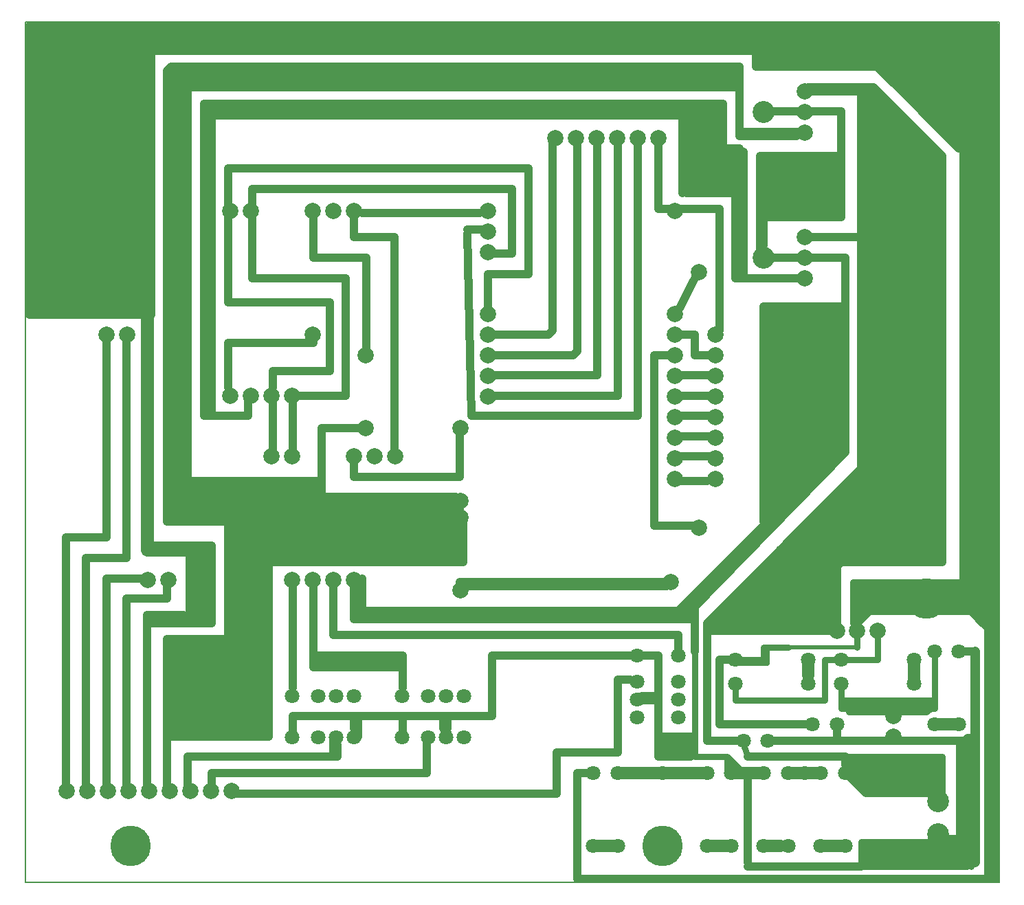
<source format=gbr>
%FSLAX32Y32*%
%MOMM*%
%LNKUPFERSEITE2*%
G71*
G01*
%ADD10C, 0.20*%
%ADD11C, 1.80*%
%ADD12C, 1.50*%
%ADD13C, 2.70*%
%ADD14C, 1.00*%
%ADD15C, 3.50*%
%ADD16C, 0.80*%
%ADD17C, 1.20*%
%ADD18C, 2.00*%
%ADD19C, 0.50*%
%ADD20C, 5.00*%
%ADD21C, 4.00*%
%ADD22C, 2.00*%
%ADD23C, 3.00*%
%ADD24C, 1.60*%
%LPD*%
G54D10*
X0Y0D02*
X12000Y0D01*
X12000Y10600D01*
X0Y10600D01*
X0Y0D01*
X10100Y450D02*
G54D11*
D03*
X9800Y450D02*
G54D11*
D03*
X10100Y1350D02*
G54D11*
D03*
X9800Y1350D02*
G54D11*
D03*
X9400Y1350D02*
G54D11*
D03*
X9600Y1350D02*
G54D11*
D03*
X9400Y450D02*
G54D11*
D03*
X9100Y450D02*
G54D11*
D03*
X9100Y1350D02*
G54D11*
D03*
G54D12*
X9150Y450D02*
X9300Y450D01*
G54D12*
X9850Y450D02*
X10050Y450D01*
G54D12*
X9450Y1350D02*
X9550Y1350D01*
G54D12*
X9650Y1350D02*
X9750Y1350D01*
X8700Y1350D02*
G54D11*
D03*
X8700Y450D02*
G54D11*
D03*
X8400Y450D02*
G54D11*
D03*
X8400Y1350D02*
G54D11*
D03*
G54D12*
X8750Y1350D02*
X9050Y1350D01*
G54D12*
X8450Y450D02*
X8650Y450D01*
X7300Y1350D02*
G54D11*
D03*
X7850Y1350D02*
G54D11*
D03*
X7300Y450D02*
G54D11*
D03*
G54D12*
X7350Y1350D02*
X7800Y1350D01*
G54D12*
X7900Y1350D02*
X8350Y1350D01*
X7000Y450D02*
G54D11*
D03*
X7000Y1350D02*
G54D11*
D03*
G54D12*
X7050Y450D02*
X7250Y450D01*
X11250Y600D02*
G54D13*
D03*
X11250Y1000D02*
G54D13*
D03*
G54D14*
X8900Y1300D02*
X8900Y250D01*
G54D14*
X8900Y200D02*
X10300Y200D01*
G54D15*
X10450Y350D02*
X11450Y350D01*
G54D16*
X10250Y200D02*
X11600Y200D01*
G54D16*
X10300Y350D02*
X10300Y250D01*
G54D16*
X11350Y550D02*
X11600Y550D01*
G54D14*
X11550Y300D02*
X11550Y1750D01*
G54D16*
X11250Y1150D02*
X10400Y1150D01*
X10200Y1350D01*
G54D16*
X11150Y1100D02*
X10400Y1100D01*
X10350Y1100D01*
X10150Y1300D01*
G54D16*
X11300Y1150D02*
X11300Y1350D01*
X10200Y1350D01*
G54D16*
X10300Y1300D02*
X11250Y1300D01*
X11250Y1200D01*
X10400Y1200D01*
X10350Y1250D01*
X11250Y1250D01*
G54D16*
X11300Y1200D02*
X11300Y1100D01*
G54D16*
X10300Y350D02*
X10300Y500D01*
X10450Y500D01*
X11150Y500D01*
G54D14*
X10100Y1450D02*
X10100Y1550D01*
X8900Y1550D01*
G54D16*
X10150Y1450D02*
X10250Y1350D01*
X9150Y1750D02*
G54D11*
D03*
X8850Y1750D02*
G54D11*
D03*
G54D14*
X9200Y1750D02*
X11550Y1750D01*
X10000Y1950D02*
G54D11*
D03*
X9700Y1950D02*
G54D11*
D03*
G54D14*
X10000Y1900D02*
X10000Y1750D01*
G54D16*
X11500Y550D02*
X11500Y1700D01*
G54D16*
X11600Y600D02*
X11600Y1750D01*
X11450Y1750D01*
G54D16*
X11600Y600D02*
X11600Y200D01*
G54D16*
X10150Y1500D02*
X11300Y1500D01*
X11300Y1400D01*
X11300Y1300D01*
X11300Y1450D01*
X10200Y1450D01*
X10250Y1400D01*
X11250Y1400D01*
X11300Y1450D01*
G54D16*
X10100Y1550D02*
X11300Y1550D01*
X11300Y1400D01*
X11500Y1950D02*
G54D11*
D03*
X11200Y1950D02*
G54D11*
D03*
X11500Y2850D02*
G54D11*
D03*
X11200Y2850D02*
G54D11*
D03*
G54D12*
X11250Y1950D02*
X11450Y1950D01*
G54D17*
X11700Y250D02*
X11700Y2850D01*
G54D14*
X11700Y2850D02*
X11550Y2850D01*
G54D16*
X11700Y1800D02*
X11600Y1800D01*
X11550Y1750D01*
G54D16*
X11650Y1800D02*
X11650Y200D01*
G54D14*
X6900Y1350D02*
X6800Y1350D01*
X6800Y50D01*
X11950Y50D01*
X11950Y2950D01*
X10950Y2750D02*
G54D11*
D03*
X10050Y2750D02*
G54D11*
D03*
X10950Y2450D02*
G54D11*
D03*
X10050Y2450D02*
G54D11*
D03*
X9650Y2750D02*
G54D11*
D03*
X9650Y2450D02*
G54D11*
D03*
X8750Y2750D02*
G54D11*
D03*
X8750Y2450D02*
G54D11*
D03*
G54D12*
X9650Y2550D02*
X9650Y2700D01*
G54D12*
X10950Y2500D02*
X10950Y2700D01*
G54D16*
X8750Y2400D02*
X8750Y2250D01*
X9850Y2250D01*
X9850Y2750D01*
X10000Y2750D01*
G54D16*
X10050Y2400D02*
X10050Y2250D01*
X11200Y2250D01*
X11200Y2800D01*
G54D16*
X10050Y2200D02*
X11200Y2200D01*
X11200Y2300D01*
G54D16*
X10050Y2300D02*
X10050Y2200D01*
X10700Y1800D02*
G54D18*
D03*
X10700Y2050D02*
G54D18*
D03*
G54D16*
X10050Y2150D02*
X11200Y2150D01*
X11200Y2250D01*
X10050Y2250D01*
X10050Y2150D01*
G54D16*
X10150Y2100D02*
X11100Y2100D01*
X11150Y2150D01*
G54D14*
X9650Y1950D02*
X8550Y1950D01*
G54D14*
X8550Y1950D02*
X8550Y2750D01*
X8750Y2750D01*
G54D14*
X8550Y2100D02*
X8550Y1950D01*
X10500Y3100D02*
G54D18*
D03*
X10250Y3100D02*
G54D18*
D03*
X10000Y3100D02*
G54D18*
D03*
G54D19*
X8700Y2700D02*
X9150Y2700D01*
X9150Y2850D01*
X9150Y2900D01*
X10250Y2900D01*
X10250Y2950D01*
G54D16*
X8750Y2750D02*
X9100Y2750D01*
X9100Y2900D01*
X9400Y2900D01*
G54D16*
X10250Y2900D02*
X10250Y3000D01*
G54D16*
X10100Y2750D02*
X10500Y2750D01*
X10500Y3050D01*
G54D14*
X10250Y3150D02*
X10250Y3200D01*
X10400Y3350D01*
X11950Y3350D01*
X11950Y2900D01*
X11950Y2950D01*
X11950Y3300D01*
G54D16*
X10200Y3200D02*
X10200Y3700D01*
X11950Y3700D01*
X11950Y3400D01*
X10250Y3400D01*
X10250Y3350D01*
X10200Y3300D01*
X10200Y3400D01*
X10300Y3500D01*
X10300Y3600D01*
X10250Y3650D01*
X10250Y3500D01*
X10250Y3550D01*
X10350Y3650D01*
X11900Y3650D01*
X11900Y3450D01*
X10300Y3450D01*
X10300Y3550D01*
X10350Y3600D01*
X11850Y3600D01*
X11950Y3500D01*
X11850Y3500D01*
X10350Y3500D01*
X10300Y3550D01*
X11850Y3550D01*
G54D16*
X11850Y3300D02*
X11850Y100D01*
X11900Y50D01*
X11900Y3200D01*
X11900Y3400D01*
X11100Y3500D02*
G54D20*
D03*
G54D16*
X8900Y1550D02*
X8850Y1700D01*
G54D14*
X8800Y1750D02*
X8400Y1750D01*
X8400Y3050D01*
G54D16*
X8650Y1400D02*
X8650Y1550D01*
X8250Y1550D01*
X8250Y3150D01*
G54D16*
X8650Y1550D02*
X8800Y1400D01*
X8750Y1400D01*
X8700Y1450D01*
G54D14*
X9950Y3100D02*
X8400Y3100D01*
X7950Y3700D02*
G54D18*
D03*
X8000Y4970D02*
G54D18*
D03*
X8000Y5224D02*
G54D18*
D03*
X8000Y5478D02*
G54D18*
D03*
X8000Y5732D02*
G54D18*
D03*
X8000Y5986D02*
G54D18*
D03*
X8000Y6240D02*
G54D18*
D03*
X8000Y6494D02*
G54D18*
D03*
X8000Y6748D02*
G54D18*
D03*
X8000Y7002D02*
G54D18*
D03*
X8000Y8272D02*
G54D18*
D03*
X5700Y8272D02*
G54D18*
D03*
X5700Y8018D02*
G54D18*
D03*
X5700Y7764D02*
G54D18*
D03*
X5700Y7002D02*
G54D18*
D03*
X5700Y6748D02*
G54D18*
D03*
X5700Y6494D02*
G54D18*
D03*
X5700Y6240D02*
G54D18*
D03*
X5700Y5986D02*
G54D18*
D03*
G54D21*
X200Y10400D02*
X6025Y10400D01*
X11800Y10400D01*
G54D22*
X11900Y3650D02*
X11900Y10450D01*
X11900Y10450D01*
G54D23*
X11650Y3750D02*
X11650Y10450D01*
G54D22*
X10500Y4100D02*
X10500Y9650D01*
G54D22*
X10700Y4050D02*
X10700Y9450D01*
G54D22*
X10900Y4050D02*
X10900Y9250D01*
G54D22*
X11100Y4100D02*
X11050Y9100D01*
G54D22*
X11250Y4100D02*
X11250Y8900D01*
G54D16*
X11800Y3650D02*
X11800Y10550D01*
X7800Y9172D02*
G54D18*
D03*
X7546Y9172D02*
G54D18*
D03*
X7292Y9172D02*
G54D18*
D03*
X7038Y9172D02*
G54D18*
D03*
X6784Y9172D02*
G54D18*
D03*
X6530Y9172D02*
G54D18*
D03*
G54D14*
X7800Y9100D02*
X7800Y8300D01*
X7800Y8300D01*
X7950Y8300D01*
X8500Y6748D02*
G54D18*
D03*
X8500Y6494D02*
G54D18*
D03*
X8500Y6240D02*
G54D18*
D03*
X8500Y5986D02*
G54D18*
D03*
X8500Y5732D02*
G54D18*
D03*
X8500Y5478D02*
G54D18*
D03*
X8500Y5224D02*
G54D18*
D03*
X8500Y4970D02*
G54D18*
D03*
G54D14*
X8050Y6750D02*
X8250Y6750D01*
X8250Y6500D01*
X8250Y6500D01*
X8400Y6500D01*
X8450Y6500D01*
G54D14*
X8000Y8300D02*
X8550Y8300D01*
X8550Y6800D01*
G54D14*
X8050Y6250D02*
X8500Y6250D01*
G54D14*
X8050Y6000D02*
X8450Y6000D01*
G54D14*
X8050Y5750D02*
X8350Y5750D01*
X8450Y5750D01*
G54D14*
X8050Y5500D02*
X8450Y5500D01*
G54D14*
X8050Y5250D02*
X8450Y5250D01*
G54D14*
X8050Y4950D02*
X8400Y4950D01*
X8300Y4370D02*
G54D18*
D03*
G54D14*
X7950Y6500D02*
X7750Y6500D01*
X7750Y4400D01*
X8250Y4400D01*
X8300Y7520D02*
G54D18*
D03*
G54D14*
X8050Y7050D02*
X8250Y7450D01*
G54D14*
X7550Y9100D02*
X7550Y5750D01*
X5500Y5750D01*
X5450Y8000D01*
G54D14*
X5450Y8050D02*
X5650Y8050D01*
G54D14*
X5750Y7750D02*
X5950Y7750D01*
X6000Y7750D01*
X6000Y8550D01*
X2850Y8550D01*
G54D14*
X5700Y7100D02*
X5700Y7500D01*
X6200Y7500D01*
X6200Y8800D01*
X5050Y8800D01*
G54D14*
X5750Y6000D02*
X7300Y6000D01*
X7300Y9100D01*
G54D14*
X5750Y6250D02*
X7050Y6250D01*
X7050Y9100D01*
G54D14*
X5750Y6500D02*
X6750Y6500D01*
X6800Y6550D01*
X6800Y9100D01*
G54D14*
X5750Y6750D02*
X6450Y6750D01*
X6500Y6800D01*
X6500Y9100D01*
X9600Y9750D02*
G54D18*
D03*
X9600Y9496D02*
G54D18*
D03*
X9600Y9242D02*
G54D18*
D03*
X9100Y9496D02*
G54D13*
D03*
X9600Y7950D02*
G54D18*
D03*
X9600Y7696D02*
G54D18*
D03*
X9600Y7442D02*
G54D18*
D03*
X9100Y7696D02*
G54D13*
D03*
G54D22*
X10350Y9700D02*
X10350Y4100D01*
G54D14*
X9650Y9750D02*
X10400Y9750D01*
G54D14*
X9650Y7950D02*
X10350Y7950D01*
X10200Y7950D01*
X10650Y7950D01*
G54D14*
X8400Y3200D02*
X10300Y5100D01*
X10300Y4050D01*
X9350Y4050D01*
X9300Y4100D01*
X10200Y4100D01*
X10250Y4150D01*
G54D14*
X10000Y3200D02*
X10000Y4050D01*
X9350Y4050D01*
X9250Y3950D01*
X8450Y3150D01*
X9850Y3150D01*
X9900Y3200D01*
X9900Y4000D01*
X9350Y4000D01*
X9300Y3950D01*
X9300Y3900D01*
X8600Y3200D01*
X9800Y3200D01*
X9850Y3250D01*
X9850Y3950D01*
X9400Y3950D01*
X9350Y3900D01*
X9350Y3800D01*
X8800Y3250D01*
X9750Y3250D01*
X9800Y3300D01*
X9800Y3850D01*
X9750Y3900D01*
X9500Y3900D01*
X9450Y3850D01*
X9350Y3850D01*
X8700Y3200D01*
X8850Y3200D01*
X9050Y3400D01*
X9750Y3400D01*
X9700Y3350D01*
X9050Y3350D01*
X9050Y3400D01*
X9500Y3850D01*
X9700Y3850D01*
X9700Y3450D01*
X9300Y3450D01*
X9250Y3500D01*
X9550Y3800D01*
X9600Y3750D01*
X9600Y3650D01*
X9650Y3600D01*
X9600Y3550D01*
X9350Y3550D01*
X9400Y3550D01*
X9650Y3800D01*
X9650Y3550D01*
X9550Y3650D01*
X9350Y3650D01*
X9200Y3500D01*
X9350Y3500D01*
X9700Y3850D01*
G54D14*
X9450Y4150D02*
X9500Y4150D01*
X10350Y5000D01*
X10350Y4400D01*
X10050Y4100D01*
X10050Y4600D01*
X10200Y4750D01*
X10200Y4800D01*
X10200Y4250D01*
X10200Y4550D01*
X10100Y4650D01*
X10100Y4200D01*
X10300Y4200D01*
X9600Y4200D01*
X9550Y4150D01*
X9650Y4150D01*
X10050Y4550D01*
X10050Y4300D01*
X9950Y4200D01*
X9850Y4300D01*
X9900Y4300D01*
X10000Y4400D01*
G54D14*
X10050Y4000D02*
X11300Y4000D01*
X11300Y4150D01*
X10700Y4150D01*
X10600Y4050D01*
X11100Y4050D01*
X11150Y4000D01*
G54D14*
X10350Y9800D02*
X9650Y9800D01*
G54D14*
X9650Y7700D02*
X10100Y7700D01*
X10100Y5300D01*
X8250Y3400D01*
G54D14*
X9450Y4200D02*
X10200Y4950D01*
X10200Y4800D01*
X9700Y4300D01*
X10050Y4300D01*
X10050Y3950D01*
X9550Y3450D01*
X9750Y3250D01*
X9750Y3350D01*
X9900Y3500D01*
X9250Y3500D01*
X9050Y3300D01*
X9250Y3300D01*
X10400Y4450D01*
X10400Y4500D01*
X10450Y4550D01*
G54D14*
X10800Y9450D02*
X10800Y4050D01*
G54D14*
X8250Y3400D02*
X8250Y3550D01*
X10050Y5350D01*
X9950Y5350D01*
X9150Y4550D01*
X9150Y7100D01*
X10050Y7100D01*
X10050Y5450D01*
X10000Y5400D01*
G54D14*
X8250Y3300D02*
X8250Y3500D01*
X8350Y3500D01*
X8400Y3650D01*
X9950Y5250D01*
X9950Y7050D01*
X9200Y7050D01*
X9200Y4700D01*
X9900Y5400D01*
X9900Y7050D01*
X9350Y7050D01*
X9250Y6950D01*
X9250Y4850D01*
X9850Y5450D01*
X9850Y6950D01*
X9800Y7000D01*
X9400Y7000D01*
X9350Y7000D01*
X9300Y6950D01*
X9300Y5000D01*
X9800Y5500D01*
X9750Y5500D01*
X9750Y6900D01*
X9800Y6950D01*
X9400Y6950D01*
X9350Y6900D01*
X9350Y5150D01*
X9700Y5500D01*
X9700Y6900D01*
X9450Y6900D01*
X9450Y5300D01*
X9400Y5250D01*
X9400Y5350D01*
X9650Y5600D01*
X9650Y6850D01*
X9550Y6850D01*
X9550Y5550D01*
X9500Y5500D01*
X9500Y6900D01*
G54D14*
X9500Y5300D02*
X9500Y5400D01*
X9600Y5500D01*
G54D14*
X9150Y4650D02*
X9150Y4450D01*
X9150Y4600D01*
X9200Y4650D01*
X9200Y4550D01*
G54D14*
X11850Y10550D02*
X11950Y10550D01*
X11950Y10400D01*
G54D14*
X11300Y8950D02*
X11150Y9100D01*
X10450Y9800D01*
X10350Y9800D01*
G54D14*
X10500Y9650D02*
X10700Y9450D01*
G54D14*
X10600Y9500D02*
X10600Y9400D01*
X10750Y9400D01*
X11150Y9000D01*
G54D14*
X11150Y9000D02*
X11150Y8850D01*
G54D14*
X9650Y9500D02*
X10050Y9500D01*
X10050Y8200D01*
X9050Y8200D01*
X9050Y7850D01*
X9100Y7850D01*
X9100Y8150D01*
G54D14*
X9200Y7700D02*
X9550Y7700D01*
G54D14*
X9050Y7800D02*
X9050Y8000D01*
G54D14*
X9050Y8000D02*
X9050Y8950D01*
X10000Y8950D01*
X10000Y8300D01*
X9950Y8250D01*
X9150Y8250D01*
X9100Y8300D01*
X9100Y8900D01*
X9900Y8900D01*
X9900Y8300D01*
X9200Y8300D01*
X9150Y8350D01*
X9150Y8800D01*
X9200Y8850D01*
X9800Y8850D01*
X9900Y8750D01*
X9900Y8450D01*
X9800Y8350D01*
X9250Y8350D01*
X9250Y8800D01*
X9750Y8800D01*
X9800Y8850D01*
X9800Y8400D01*
X9350Y8400D01*
X9300Y8450D01*
X9300Y8750D01*
X9700Y8750D01*
X9700Y8500D01*
X9350Y8500D01*
X9350Y8650D01*
X9400Y8700D01*
X9600Y8700D01*
X9650Y8650D01*
X9650Y8600D01*
X9600Y8550D01*
X9450Y8550D01*
X9400Y8600D01*
X9550Y8600D01*
X9600Y8650D01*
X9600Y8550D01*
X9700Y8450D01*
X9500Y8450D01*
G54D14*
X9200Y9500D02*
X9500Y9500D01*
G54D14*
X9500Y9250D02*
X8950Y9250D01*
X8800Y9250D01*
X8800Y10050D01*
X1800Y10050D01*
G54D14*
X9550Y7450D02*
X8850Y7450D01*
X8850Y8500D01*
X8150Y8500D01*
X8100Y8550D01*
X8100Y9450D01*
X2200Y9450D01*
X2200Y9600D01*
X8100Y9600D01*
X8100Y9500D01*
X2700Y9500D01*
X2550Y9500D01*
X2200Y9500D01*
G54D14*
X8600Y8500D02*
X8600Y9600D01*
G54D14*
X8100Y9600D02*
X8550Y9600D01*
X8550Y8600D01*
X8150Y8600D01*
X8150Y9550D01*
X8500Y9550D01*
X8500Y8650D01*
X8200Y8650D01*
X8200Y9500D01*
X8450Y9500D01*
X8450Y8650D01*
X8300Y8650D01*
X8250Y8700D01*
X8250Y9500D01*
X8350Y9500D01*
X8350Y8700D01*
G54D14*
X8750Y9800D02*
X1750Y9800D01*
G54D14*
X9500Y9200D02*
X8800Y9200D01*
X8800Y9350D01*
X8800Y9450D01*
G54D14*
X10100Y3950D02*
X11300Y3950D01*
X11300Y4050D01*
G54D14*
X10250Y3950D02*
X10000Y3950D01*
G54D14*
X9800Y4250D02*
X9700Y4250D01*
G54D14*
X9950Y3200D02*
X9950Y4300D01*
X9950Y4150D01*
X9900Y4100D01*
G54D14*
X8300Y3500D02*
X8600Y3800D01*
X8500Y3800D01*
X8250Y3550D01*
G54D14*
X10600Y4150D02*
X10600Y9350D01*
G54D14*
X9650Y8500D02*
X9800Y8500D01*
G54D14*
X8300Y9500D02*
X8300Y8700D01*
G54D14*
X9850Y8800D02*
X9850Y8450D01*
X9850Y8600D01*
X9800Y8650D01*
X9400Y8650D01*
X9400Y8800D01*
X9450Y8850D01*
X9750Y8850D01*
G54D14*
X10550Y9100D02*
X10550Y8950D01*
X10500Y8900D01*
X10500Y7850D01*
X10450Y7800D01*
G54D14*
X9100Y10350D02*
X9100Y10150D01*
X10650Y10150D01*
X10650Y10100D01*
X11550Y9200D01*
X11550Y10300D01*
X11500Y10350D01*
X9200Y10350D01*
X9150Y10300D01*
X9150Y10250D01*
X11500Y10250D01*
X9250Y10250D01*
X9200Y10300D01*
X11500Y10300D01*
X11550Y10250D01*
X11550Y9400D01*
X11500Y9350D01*
X10600Y10250D01*
X10700Y10250D01*
X10800Y10150D01*
X11500Y10150D01*
X11500Y10200D01*
X10800Y10200D01*
X10800Y10150D01*
X11500Y9450D01*
X11500Y10050D01*
X10950Y10050D01*
X10900Y10100D01*
X11450Y10100D01*
X11450Y9600D01*
X11050Y10000D01*
X11350Y10000D01*
X11350Y9800D01*
X11400Y9750D01*
X11400Y10000D01*
X11250Y10000D01*
X11200Y9950D01*
X11300Y9950D01*
X11300Y9850D01*
X11250Y9900D01*
G54D14*
X9100Y10050D02*
X10600Y10050D01*
G54D14*
X10300Y5100D02*
X10300Y4950D01*
X10150Y4800D01*
G54D14*
X9750Y6250D02*
X9750Y5650D01*
X9750Y6050D01*
G54D14*
X8550Y3800D02*
X8800Y4050D01*
G54D14*
X10150Y4900D02*
X10300Y5050D01*
G54D14*
X9650Y5400D02*
X9650Y5500D01*
X9700Y5550D01*
X4050Y8272D02*
G54D18*
D03*
X3542Y8272D02*
G54D18*
D03*
X2780Y8272D02*
G54D18*
D03*
X2526Y8272D02*
G54D18*
D03*
G54D14*
X8600Y9600D02*
X8350Y9600D01*
X3796Y8272D02*
G54D18*
D03*
G54D14*
X4150Y8250D02*
X5600Y8250D01*
X3542Y6748D02*
G54D18*
D03*
X1256Y6748D02*
G54D18*
D03*
X1002Y6748D02*
G54D18*
D03*
G54D14*
X9100Y4450D02*
X9100Y7100D01*
X9250Y7100D01*
X4558Y5250D02*
G54D18*
D03*
X4304Y5250D02*
G54D18*
D03*
X4050Y5250D02*
G54D18*
D03*
X3288Y5250D02*
G54D18*
D03*
X3034Y5250D02*
G54D18*
D03*
X4050Y3726D02*
G54D18*
D03*
X3796Y3726D02*
G54D18*
D03*
X3542Y3726D02*
G54D18*
D03*
X3288Y3726D02*
G54D18*
D03*
X1764Y3726D02*
G54D18*
D03*
X1510Y3726D02*
G54D18*
D03*
G54D14*
X8400Y3050D02*
X8400Y3200D01*
G54D14*
X8250Y3300D02*
X8250Y3200D01*
G54D14*
X8250Y3250D02*
X8250Y2850D01*
G54D14*
X2800Y8550D02*
X2800Y8350D01*
G54D14*
X5000Y8800D02*
X2500Y8800D01*
X2500Y8350D01*
X5358Y5600D02*
G54D18*
D03*
X5358Y4700D02*
G54D18*
D03*
X5358Y4500D02*
G54D18*
D03*
X5358Y3600D02*
G54D18*
D03*
G54D14*
X5350Y4650D02*
X5350Y4550D01*
X3288Y6000D02*
G54D18*
D03*
X3034Y6000D02*
G54D18*
D03*
X2780Y6000D02*
G54D18*
D03*
X2526Y6000D02*
G54D18*
D03*
G54D14*
X4050Y8200D02*
X4050Y7950D01*
X4550Y7950D01*
X4550Y5350D01*
X4192Y6498D02*
G54D18*
D03*
X4192Y5598D02*
G54D18*
D03*
G54D14*
X3550Y8200D02*
X3550Y7700D01*
X4200Y7700D01*
X4200Y6600D01*
G54D14*
X4050Y5200D02*
X4050Y5000D01*
X5350Y5000D01*
X5350Y5550D01*
G54D14*
X4100Y5600D02*
X3650Y5600D01*
X3650Y4600D01*
X5300Y4600D01*
G54D14*
X3300Y5350D02*
X3300Y5950D01*
G54D14*
X3050Y5350D02*
X3050Y5950D01*
G54D14*
X2500Y6100D02*
X2500Y6650D01*
X3550Y6650D01*
G54D14*
X2750Y5950D02*
X2750Y5750D01*
X2300Y5750D01*
X2300Y9400D01*
G54D14*
X2250Y9400D02*
X2250Y5750D01*
G54D14*
X2200Y9400D02*
X2200Y5750D01*
G54D14*
X2200Y9600D02*
X2200Y9300D01*
G54D14*
X2550Y5750D02*
X2200Y5750D01*
G54D14*
X2800Y8200D02*
X2800Y7450D01*
X3950Y7450D01*
X3950Y6000D01*
X3350Y6000D01*
G54D14*
X2500Y8200D02*
X2500Y7150D01*
X3550Y7150D01*
X3400Y7150D01*
G54D14*
X3550Y7150D02*
X3750Y7150D01*
X3750Y6300D01*
X3050Y6300D01*
X3050Y6100D01*
G54D14*
X3600Y4950D02*
X1950Y4950D01*
X1950Y9800D01*
X1850Y9800D01*
X1850Y4850D01*
X3600Y4850D01*
X3600Y4900D01*
X1900Y4900D01*
X1900Y9800D01*
G54D14*
X1800Y9750D02*
X1800Y4800D01*
X3600Y4800D01*
X3600Y4700D01*
X1800Y4700D01*
X1800Y4750D01*
X3600Y4750D01*
X3600Y4600D01*
X1800Y4600D01*
X1800Y4800D01*
X1800Y4650D01*
X3600Y4650D01*
G54D14*
X2000Y9800D02*
X2000Y4950D01*
G54D14*
X1750Y9750D02*
X1750Y4600D01*
X2000Y4600D01*
G54D14*
X1750Y9700D02*
X1750Y10000D01*
G54D14*
X3450Y4600D02*
X3750Y4600D01*
G54D14*
X5250Y4550D02*
X1750Y4550D01*
G54D14*
X5250Y4500D02*
X1750Y4500D01*
G54D14*
X5300Y4450D02*
X1750Y4450D01*
X1750Y4700D01*
X510Y1126D02*
G54D18*
D03*
X764Y1126D02*
G54D18*
D03*
X1018Y1126D02*
G54D18*
D03*
X1272Y1126D02*
G54D18*
D03*
X1526Y1126D02*
G54D18*
D03*
X1780Y1126D02*
G54D18*
D03*
X2034Y1126D02*
G54D18*
D03*
X2288Y1126D02*
G54D18*
D03*
X2542Y1126D02*
G54D18*
D03*
G54D14*
X3700Y4650D02*
X5250Y4650D01*
X5250Y4700D01*
X3700Y4700D01*
X3700Y4750D01*
X5300Y4750D01*
G54D14*
X750Y1200D02*
X750Y4000D01*
X1250Y4000D01*
X1250Y6700D01*
G54D14*
X1000Y6700D02*
X1000Y4250D01*
X500Y4250D01*
X500Y1200D01*
G54D14*
X1000Y1200D02*
X1000Y3750D01*
X1450Y3750D01*
G54D14*
X1750Y3650D02*
X1750Y3500D01*
X1250Y3500D01*
X1250Y1200D01*
G54D14*
X50Y10550D02*
X50Y7000D01*
X100Y7000D01*
X100Y10250D01*
X150Y10250D01*
X150Y7000D01*
X200Y7000D01*
X200Y10200D01*
X250Y10200D01*
X250Y7000D01*
X300Y7000D01*
X300Y10250D01*
X350Y10250D01*
X350Y7000D01*
X400Y7000D01*
X400Y10200D01*
X450Y10200D01*
X450Y7000D01*
X500Y7000D01*
X500Y10200D01*
X550Y10200D01*
X550Y7000D01*
X600Y7000D01*
X600Y10200D01*
X650Y10200D01*
X650Y7000D01*
G54D22*
X700Y10200D02*
X700Y7050D01*
X800Y7050D01*
X800Y10200D01*
X950Y10200D01*
X950Y7050D01*
G54D22*
X1100Y7050D02*
X1100Y10150D01*
X1250Y10150D01*
X1250Y7050D01*
X1400Y7050D01*
X1400Y10150D01*
X1500Y10150D01*
X1500Y7050D01*
G54D14*
X50Y7000D02*
X1550Y7000D01*
X1550Y7400D01*
G54D14*
X1650Y10550D02*
X50Y10550D01*
G54D24*
X1500Y6950D02*
X1500Y4100D01*
G54D24*
X1500Y4100D02*
X1950Y4100D01*
X2050Y4100D01*
X2050Y3250D01*
X1550Y3250D01*
G54D14*
X1500Y3250D02*
X1500Y1200D01*
G54D14*
X1500Y3300D02*
X1750Y3300D01*
X1950Y3300D01*
X1950Y3300D01*
X1500Y3300D01*
G54D14*
X1500Y3300D02*
X1500Y3200D01*
G54D14*
X2050Y4150D02*
X2150Y4150D01*
X2150Y3200D01*
X2250Y3200D01*
X2250Y4150D01*
X2200Y4150D01*
X2200Y3250D01*
X2300Y3250D01*
X2300Y4150D01*
X1550Y4150D01*
G54D14*
X2300Y3400D02*
X2300Y3200D01*
X1550Y3200D01*
G54D14*
X2500Y4400D02*
X2500Y3000D01*
X1800Y3000D01*
X1750Y3000D01*
X1750Y1200D01*
G54D14*
X1800Y1800D02*
X3000Y1800D01*
X3000Y4400D01*
X2600Y4400D01*
X2550Y4400D01*
X2550Y2950D01*
X1800Y2950D01*
X1800Y1850D01*
X2950Y1850D01*
X2950Y4350D01*
X2600Y4350D01*
X2600Y2900D01*
X1850Y2900D01*
X1850Y1900D01*
X2900Y1900D01*
X2900Y4300D01*
X2700Y4300D01*
X2650Y4300D01*
X2650Y2850D01*
X1950Y2850D01*
X1850Y2850D01*
X1900Y2850D01*
X1900Y1950D01*
X2900Y1950D01*
X2850Y1950D01*
X2850Y4250D01*
X2700Y4250D01*
X2700Y2800D01*
X1950Y2800D01*
X1950Y2000D01*
X2800Y2000D01*
X2800Y4200D01*
X2800Y4200D01*
X2800Y2050D01*
X2750Y2050D01*
X2750Y4400D01*
G54D14*
X2700Y2750D02*
X2000Y2750D01*
X2000Y2050D01*
X2700Y2050D01*
X2700Y2700D01*
X2050Y2700D01*
X2050Y2100D01*
X2650Y2100D01*
X2650Y2700D01*
X2100Y2700D01*
X2100Y2150D01*
X2600Y2150D01*
X2600Y2650D01*
X2150Y2650D01*
X2150Y2200D01*
X2550Y2200D01*
X2550Y2600D01*
X2200Y2600D01*
X2200Y2250D01*
X2500Y2250D01*
X2500Y2550D01*
X2250Y2550D01*
X2250Y2300D01*
X2450Y2300D01*
X2450Y2500D01*
X2300Y2500D01*
X2300Y2350D01*
X2400Y2350D01*
X2400Y2450D01*
G54D14*
X2350Y2650D02*
X2350Y2250D01*
X2300Y2200D01*
X2300Y2400D01*
X2350Y2450D01*
G54D14*
X7850Y3700D02*
X5350Y3700D01*
G54D14*
X5450Y3650D02*
X7900Y3650D01*
G54D14*
X1550Y10000D02*
X1550Y10350D01*
G54D14*
X1800Y10050D02*
X1750Y10000D01*
X8750Y10000D01*
X8750Y9850D01*
X1800Y9850D01*
X1800Y9950D01*
X8700Y9950D01*
X8700Y9900D01*
X1850Y9900D01*
G54D14*
X9000Y10250D02*
X9000Y10050D01*
X9050Y10050D01*
X9050Y10200D01*
G54D14*
X9000Y10050D02*
X10700Y10050D01*
X10750Y10000D01*
G54D14*
X10600Y10050D02*
X11550Y9100D01*
X11550Y9050D01*
X11500Y9050D01*
X10550Y10000D01*
G54D14*
X11300Y8950D02*
X11300Y8800D01*
G54D14*
X8200Y3400D02*
X8200Y3400D01*
X8200Y3350D01*
X4050Y3350D01*
X4050Y3650D01*
G54D14*
X4150Y3700D02*
X4150Y3400D01*
X4150Y3750D01*
G54D14*
X4050Y3350D02*
X4050Y3300D01*
X8200Y3300D01*
X8200Y3250D01*
X4050Y3250D01*
X4050Y3450D01*
G54D14*
X8100Y3350D02*
X8250Y3500D01*
X8250Y3550D01*
X8050Y3350D01*
G54D14*
X8100Y8500D02*
X8100Y8500D01*
X8100Y8800D01*
X8050Y2800D02*
G54D11*
D03*
X8050Y2480D02*
G54D11*
D03*
X8050Y2260D02*
G54D11*
D03*
X8050Y2040D02*
G54D11*
D03*
X7542Y2800D02*
G54D11*
D03*
X7542Y2480D02*
G54D11*
D03*
X7542Y2260D02*
G54D11*
D03*
X7542Y2040D02*
G54D11*
D03*
G54D14*
X3800Y3650D02*
X3800Y3050D01*
X8050Y3050D01*
X8050Y2850D01*
G54D14*
X7600Y2800D02*
X7750Y2800D01*
X7800Y2800D01*
X7800Y1800D01*
G54D14*
X7800Y1800D02*
X8200Y1800D01*
X8200Y1750D01*
X7800Y1750D01*
X7800Y1700D01*
X8200Y1700D01*
X8200Y1650D01*
X7800Y1650D01*
X7800Y1600D01*
X8200Y1600D01*
X8200Y1550D01*
X7800Y1550D01*
X7800Y1900D01*
G54D14*
X7600Y2250D02*
X7750Y2250D01*
X7750Y2300D01*
X7600Y2300D01*
G54D14*
X2650Y1100D02*
X6550Y1100D01*
X6550Y1600D01*
X7300Y1600D01*
X7300Y2500D01*
X7450Y2500D01*
X3292Y2300D02*
G54D11*
D03*
X3292Y1792D02*
G54D11*
D03*
X3612Y2300D02*
G54D11*
D03*
X3612Y1792D02*
G54D11*
D03*
X3832Y2300D02*
G54D11*
D03*
X3832Y1792D02*
G54D11*
D03*
X4052Y2300D02*
G54D11*
D03*
X4052Y1792D02*
G54D11*
D03*
X4642Y2300D02*
G54D11*
D03*
X4642Y1792D02*
G54D11*
D03*
X4962Y2300D02*
G54D11*
D03*
X4962Y1792D02*
G54D11*
D03*
X5182Y2300D02*
G54D11*
D03*
X5182Y1792D02*
G54D11*
D03*
X5402Y2300D02*
G54D11*
D03*
X5402Y1792D02*
G54D11*
D03*
G54D14*
X3300Y3650D02*
X3300Y2400D01*
G54D14*
X4650Y2400D02*
X4650Y2650D01*
X3550Y2650D01*
X3550Y3650D01*
G54D14*
X3600Y2700D02*
X4650Y2700D01*
X4650Y2750D01*
X3600Y2750D01*
X3600Y2800D01*
X4650Y2800D01*
X4650Y2550D01*
G54D14*
X7450Y2800D02*
X5750Y2800D01*
X5750Y2050D01*
X3300Y2050D01*
X3300Y1850D01*
G54D14*
X4650Y2000D02*
X4650Y1850D01*
G54D14*
X5150Y2000D02*
X5150Y1900D01*
X5200Y1850D01*
G54D14*
X5200Y1900D02*
X5200Y2000D01*
G54D14*
X4050Y1900D02*
X4050Y2000D01*
G54D14*
X4100Y1800D02*
X4100Y2000D01*
G54D14*
X2000Y1200D02*
X2000Y1550D01*
X3800Y1550D01*
X3800Y1750D01*
G54D14*
X2300Y1200D02*
X2300Y1350D01*
X4950Y1350D01*
X4950Y1750D01*
G54D14*
X2750Y1100D02*
X2600Y1100D01*
G54D14*
X3850Y1700D02*
X3850Y1550D01*
X3750Y1550D01*
X1300Y450D02*
G54D20*
D03*
X7850Y450D02*
G54D20*
D03*
X1300Y10150D02*
G54D20*
D03*
X10700Y10150D02*
G54D20*
D03*
G54D14*
X3050Y4400D02*
X5400Y4400D01*
X5400Y4350D01*
X3000Y4350D01*
X3000Y4300D01*
X5400Y4300D01*
X5400Y4250D01*
X3050Y4250D01*
X3050Y4200D01*
X5400Y4200D01*
X5400Y4150D01*
X3050Y4150D01*
X3050Y4100D01*
X5400Y4100D01*
X5400Y4050D01*
X3050Y4050D01*
X3050Y4000D01*
X5400Y4000D01*
X5400Y3950D01*
X3050Y3950D01*
G54D14*
X5400Y3950D02*
X5400Y4500D01*
G54D14*
X10150Y4600D02*
X10150Y4250D01*
X10200Y4200D01*
X10000Y4200D01*
X9750Y4200D01*
X9700Y4150D01*
X9750Y4150D01*
X10050Y4450D01*
X10050Y4350D01*
X9850Y4150D01*
X9650Y4150D01*
X9350Y3850D01*
X9350Y3950D01*
X9750Y4350D01*
X9950Y4150D01*
X10300Y4150D01*
X10350Y4200D01*
X9550Y4200D01*
X8550Y3200D01*
X8750Y3200D01*
X10350Y4800D01*
G54D14*
X11550Y9550D02*
X11100Y10000D01*
G54D14*
X9600Y8700D02*
X9600Y8650D01*
X9850Y8400D01*
X9850Y8550D01*
X9600Y8800D01*
X9600Y8600D01*
X9800Y8400D01*
X9900Y8300D01*
G54D14*
X9100Y10200D02*
X10350Y10200D01*
X10450Y10100D01*
X10450Y10350D01*
G54D14*
X10250Y3250D02*
X10250Y3300D01*
X10350Y3400D01*
X10300Y3400D01*
X10300Y3600D01*
X10400Y3650D01*
G54D14*
X11800Y3200D02*
X11800Y3300D01*
X11850Y3350D01*
G54D14*
X11400Y3350D02*
X11250Y3350D01*
X11750Y3350D01*
X11750Y3250D01*
X11850Y3150D01*
X11650Y3350D01*
G54D14*
X9600Y6850D02*
X9600Y5550D01*
X9950Y5550D01*
X10000Y5500D01*
X10000Y7050D01*
G54D14*
X9800Y6850D02*
X9800Y5350D01*
X9850Y5300D01*
X9850Y7000D01*
X9800Y7050D01*
G54D14*
X9500Y6900D02*
X9950Y6900D01*
G54D14*
X10200Y1350D02*
X10200Y1300D01*
X10300Y1200D01*
G54D14*
X8800Y8450D02*
X8800Y7450D01*
X8750Y7450D01*
X8750Y8450D01*
X8750Y7450D01*
X8900Y7450D01*
G54D14*
X8650Y8550D02*
X8650Y9050D01*
X8800Y9050D01*
X8800Y8550D01*
X8750Y8550D01*
X8750Y9000D01*
X8700Y9000D01*
X8700Y8550D01*
X8850Y8550D01*
X8850Y9000D01*
G54D14*
X8850Y8450D02*
X8850Y8600D01*
G54D14*
X4600Y8800D02*
X5400Y8800D01*
G54D14*
X10700Y9850D02*
X10400Y10150D01*
G54D14*
X2800Y8550D02*
X3000Y8550D01*
G54D14*
X11950Y3250D02*
X11950Y3650D01*
M02*

</source>
